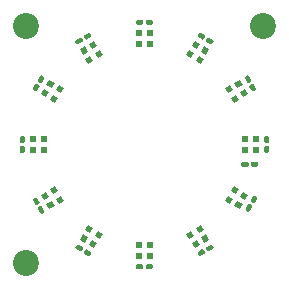
<source format=gts>
G04 #@! TF.GenerationSoftware,KiCad,Pcbnew,7.0.5.1-1-g8f565ef7f0-dirty-deb11*
G04 #@! TF.CreationDate,2023-06-03T19:15:57+00:00*
G04 #@! TF.ProjectId,pedalboard-led-ring,70656461-6c62-46f6-9172-642d6c65642d,1.0.0*
G04 #@! TF.SameCoordinates,Original*
G04 #@! TF.FileFunction,Soldermask,Top*
G04 #@! TF.FilePolarity,Negative*
%FSLAX46Y46*%
G04 Gerber Fmt 4.6, Leading zero omitted, Abs format (unit mm)*
G04 Created by KiCad (PCBNEW 7.0.5.1-1-g8f565ef7f0-dirty-deb11) date 2023-06-03 19:15:57*
%MOMM*%
%LPD*%
G01*
G04 APERTURE LIST*
%ADD10R,0.500000X0.500000*%
%ADD11C,2.200000*%
G04 APERTURE END LIST*
G36*
G01*
X71485740Y-65752869D02*
X71312534Y-65852869D01*
G75*
G02*
X71175931Y-65816266I-50000J86603D01*
G01*
X70958431Y-65439544D01*
G75*
G02*
X70995034Y-65302941I86603J50000D01*
G01*
X71168240Y-65202941D01*
G75*
G02*
X71304843Y-65239544I50000J-86603D01*
G01*
X71522343Y-65616266D01*
G75*
G02*
X71485740Y-65752869I-86603J-50000D01*
G01*
G37*
G36*
G01*
X71078240Y-65047059D02*
X70905034Y-65147059D01*
G75*
G02*
X70768431Y-65110456I-50000J86603D01*
G01*
X70550931Y-64733734D01*
G75*
G02*
X70587534Y-64597131I86603J50000D01*
G01*
X70760740Y-64497131D01*
G75*
G02*
X70897343Y-64533734I50000J-86603D01*
G01*
X71114843Y-64910456D01*
G75*
G02*
X71078240Y-65047059I-86603J-50000D01*
G01*
G37*
G36*
X84323205Y-67088012D02*
G01*
X84756217Y-66838012D01*
X85006217Y-67271024D01*
X84573205Y-67521024D01*
X84323205Y-67088012D01*
G37*
G36*
X83543783Y-67538012D02*
G01*
X83976795Y-67288012D01*
X84226795Y-67721024D01*
X83793783Y-67971024D01*
X83543783Y-67538012D01*
G37*
G36*
X83993783Y-68317434D02*
G01*
X84426795Y-68067434D01*
X84676795Y-68500446D01*
X84243783Y-68750446D01*
X83993783Y-68317434D01*
G37*
G36*
X84773205Y-67867434D02*
G01*
X85206217Y-67617434D01*
X85456217Y-68050446D01*
X85023205Y-68300446D01*
X84773205Y-67867434D01*
G37*
D10*
X88550000Y-59550000D03*
X88550000Y-60450000D03*
X89450000Y-60450000D03*
X89450000Y-59550000D03*
X79550000Y-51450000D03*
X80450000Y-51450000D03*
X80450000Y-50550000D03*
X79550000Y-50550000D03*
G36*
X87288012Y-63976795D02*
G01*
X87538012Y-63543783D01*
X87971024Y-63793783D01*
X87721024Y-64226795D01*
X87288012Y-63976795D01*
G37*
G36*
X86838012Y-64756217D02*
G01*
X87088012Y-64323205D01*
X87521024Y-64573205D01*
X87271024Y-65006217D01*
X86838012Y-64756217D01*
G37*
G36*
X87617434Y-65206217D02*
G01*
X87867434Y-64773205D01*
X88300446Y-65023205D01*
X88050446Y-65456217D01*
X87617434Y-65206217D01*
G37*
G36*
X88067434Y-64426795D02*
G01*
X88317434Y-63993783D01*
X88750446Y-64243783D01*
X88500446Y-64676795D01*
X88067434Y-64426795D01*
G37*
G36*
X72911988Y-64323205D02*
G01*
X73161988Y-64756217D01*
X72728976Y-65006217D01*
X72478976Y-64573205D01*
X72911988Y-64323205D01*
G37*
G36*
X72461988Y-63543783D02*
G01*
X72711988Y-63976795D01*
X72278976Y-64226795D01*
X72028976Y-63793783D01*
X72461988Y-63543783D01*
G37*
G36*
X71682566Y-63993783D02*
G01*
X71932566Y-64426795D01*
X71499554Y-64676795D01*
X71249554Y-64243783D01*
X71682566Y-63993783D01*
G37*
G36*
X72132566Y-64773205D02*
G01*
X72382566Y-65206217D01*
X71949554Y-65456217D01*
X71699554Y-65023205D01*
X72132566Y-64773205D01*
G37*
X80450000Y-68550000D03*
X79550000Y-68550000D03*
X79550000Y-69450000D03*
X80450000Y-69450000D03*
G36*
G01*
X85752869Y-68514260D02*
X85852869Y-68687466D01*
G75*
G02*
X85816266Y-68824069I-86603J-50000D01*
G01*
X85439544Y-69041569D01*
G75*
G02*
X85302941Y-69004966I-50000J86603D01*
G01*
X85202941Y-68831760D01*
G75*
G02*
X85239544Y-68695157I86603J50000D01*
G01*
X85616266Y-68477657D01*
G75*
G02*
X85752869Y-68514260I50000J-86603D01*
G01*
G37*
G36*
G01*
X85047059Y-68921760D02*
X85147059Y-69094966D01*
G75*
G02*
X85110456Y-69231569I-86603J-50000D01*
G01*
X84733734Y-69449069D01*
G75*
G02*
X84597131Y-69412466I-50000J86603D01*
G01*
X84497131Y-69239260D01*
G75*
G02*
X84533734Y-69102657I86603J50000D01*
G01*
X84910456Y-68885157D01*
G75*
G02*
X85047059Y-68921760I50000J-86603D01*
G01*
G37*
X71450000Y-60450000D03*
X71450000Y-59550000D03*
X70550000Y-59550000D03*
X70550000Y-60450000D03*
G36*
X72711988Y-56023205D02*
G01*
X72461988Y-56456217D01*
X72028976Y-56206217D01*
X72278976Y-55773205D01*
X72711988Y-56023205D01*
G37*
G36*
X73161988Y-55243783D02*
G01*
X72911988Y-55676795D01*
X72478976Y-55426795D01*
X72728976Y-54993783D01*
X73161988Y-55243783D01*
G37*
G36*
X72382566Y-54793783D02*
G01*
X72132566Y-55226795D01*
X71699554Y-54976795D01*
X71949554Y-54543783D01*
X72382566Y-54793783D01*
G37*
G36*
X71932566Y-55573205D02*
G01*
X71682566Y-56006217D01*
X71249554Y-55756217D01*
X71499554Y-55323205D01*
X71932566Y-55573205D01*
G37*
G36*
G01*
X88794103Y-65677869D02*
X88620897Y-65577869D01*
G75*
G02*
X88584294Y-65441266I50000J86603D01*
G01*
X88801794Y-65064544D01*
G75*
G02*
X88938397Y-65027941I86603J-50000D01*
G01*
X89111603Y-65127941D01*
G75*
G02*
X89148206Y-65264544I-50000J-86603D01*
G01*
X88930706Y-65641266D01*
G75*
G02*
X88794103Y-65677869I-86603J50000D01*
G01*
G37*
G36*
G01*
X89201603Y-64972059D02*
X89028397Y-64872059D01*
G75*
G02*
X88991794Y-64735456I50000J86603D01*
G01*
X89209294Y-64358734D01*
G75*
G02*
X89345897Y-64322131I86603J-50000D01*
G01*
X89519103Y-64422131D01*
G75*
G02*
X89555706Y-64558734I-50000J-86603D01*
G01*
X89338206Y-64935456D01*
G75*
G02*
X89201603Y-64972059I-86603J50000D01*
G01*
G37*
D11*
X90000000Y-50000000D03*
G36*
G01*
X70760740Y-55502869D02*
X70587534Y-55402869D01*
G75*
G02*
X70550931Y-55266266I50000J86603D01*
G01*
X70768431Y-54889544D01*
G75*
G02*
X70905034Y-54852941I86603J-50000D01*
G01*
X71078240Y-54952941D01*
G75*
G02*
X71114843Y-55089544I-50000J-86603D01*
G01*
X70897343Y-55466266D01*
G75*
G02*
X70760740Y-55502869I-86603J50000D01*
G01*
G37*
G36*
G01*
X71168240Y-54797059D02*
X70995034Y-54697059D01*
G75*
G02*
X70958431Y-54560456I50000J86603D01*
G01*
X71175931Y-54183734D01*
G75*
G02*
X71312534Y-54147131I86603J-50000D01*
G01*
X71485740Y-54247131D01*
G75*
G02*
X71522343Y-54383734I-50000J-86603D01*
G01*
X71304843Y-54760456D01*
G75*
G02*
X71168240Y-54797059I-86603J50000D01*
G01*
G37*
X70000000Y-50000000D03*
G36*
G01*
X75502869Y-69239260D02*
X75402869Y-69412466D01*
G75*
G02*
X75266266Y-69449069I-86603J50000D01*
G01*
X74889544Y-69231569D01*
G75*
G02*
X74852941Y-69094966I50000J86603D01*
G01*
X74952941Y-68921760D01*
G75*
G02*
X75089544Y-68885157I86603J-50000D01*
G01*
X75466266Y-69102657D01*
G75*
G02*
X75502869Y-69239260I-50000J-86603D01*
G01*
G37*
G36*
G01*
X74797059Y-68831760D02*
X74697059Y-69004966D01*
G75*
G02*
X74560456Y-69041569I-86603J50000D01*
G01*
X74183734Y-68824069D01*
G75*
G02*
X74147131Y-68687466I50000J86603D01*
G01*
X74247131Y-68514260D01*
G75*
G02*
X74383734Y-68477657I86603J-50000D01*
G01*
X74760456Y-68695157D01*
G75*
G02*
X74797059Y-68831760I-50000J-86603D01*
G01*
G37*
G36*
G01*
X69750000Y-60725000D02*
X69550000Y-60725000D01*
G75*
G02*
X69450000Y-60625000I0J100000D01*
G01*
X69450000Y-60190000D01*
G75*
G02*
X69550000Y-60090000I100000J0D01*
G01*
X69750000Y-60090000D01*
G75*
G02*
X69850000Y-60190000I0J-100000D01*
G01*
X69850000Y-60625000D01*
G75*
G02*
X69750000Y-60725000I-100000J0D01*
G01*
G37*
G36*
G01*
X69750000Y-59910000D02*
X69550000Y-59910000D01*
G75*
G02*
X69450000Y-59810000I0J100000D01*
G01*
X69450000Y-59375000D01*
G75*
G02*
X69550000Y-59275000I100000J0D01*
G01*
X69750000Y-59275000D01*
G75*
G02*
X69850000Y-59375000I0J-100000D01*
G01*
X69850000Y-59810000D01*
G75*
G02*
X69750000Y-59910000I-100000J0D01*
G01*
G37*
G36*
G01*
X80725000Y-70250000D02*
X80725000Y-70450000D01*
G75*
G02*
X80625000Y-70550000I-100000J0D01*
G01*
X80190000Y-70550000D01*
G75*
G02*
X80090000Y-70450000I0J100000D01*
G01*
X80090000Y-70250000D01*
G75*
G02*
X80190000Y-70150000I100000J0D01*
G01*
X80625000Y-70150000D01*
G75*
G02*
X80725000Y-70250000I0J-100000D01*
G01*
G37*
G36*
G01*
X79910000Y-70250000D02*
X79910000Y-70450000D01*
G75*
G02*
X79810000Y-70550000I-100000J0D01*
G01*
X79375000Y-70550000D01*
G75*
G02*
X79275000Y-70450000I0J100000D01*
G01*
X79275000Y-70250000D01*
G75*
G02*
X79375000Y-70150000I100000J0D01*
G01*
X79810000Y-70150000D01*
G75*
G02*
X79910000Y-70250000I0J-100000D01*
G01*
G37*
G36*
G01*
X84497131Y-50760740D02*
X84597131Y-50587534D01*
G75*
G02*
X84733734Y-50550931I86603J-50000D01*
G01*
X85110456Y-50768431D01*
G75*
G02*
X85147059Y-50905034I-50000J-86603D01*
G01*
X85047059Y-51078240D01*
G75*
G02*
X84910456Y-51114843I-86603J50000D01*
G01*
X84533734Y-50897343D01*
G75*
G02*
X84497131Y-50760740I50000J86603D01*
G01*
G37*
G36*
G01*
X85202941Y-51168240D02*
X85302941Y-50995034D01*
G75*
G02*
X85439544Y-50958431I86603J-50000D01*
G01*
X85816266Y-51175931D01*
G75*
G02*
X85852869Y-51312534I-50000J-86603D01*
G01*
X85752869Y-51485740D01*
G75*
G02*
X85616266Y-51522343I-86603J50000D01*
G01*
X85239544Y-51304843D01*
G75*
G02*
X85202941Y-51168240I50000J86603D01*
G01*
G37*
G36*
G01*
X88514260Y-54247131D02*
X88687466Y-54147131D01*
G75*
G02*
X88824069Y-54183734I50000J-86603D01*
G01*
X89041569Y-54560456D01*
G75*
G02*
X89004966Y-54697059I-86603J-50000D01*
G01*
X88831760Y-54797059D01*
G75*
G02*
X88695157Y-54760456I-50000J86603D01*
G01*
X88477657Y-54383734D01*
G75*
G02*
X88514260Y-54247131I86603J50000D01*
G01*
G37*
G36*
G01*
X88921760Y-54952941D02*
X89094966Y-54852941D01*
G75*
G02*
X89231569Y-54889544I50000J-86603D01*
G01*
X89449069Y-55266266D01*
G75*
G02*
X89412466Y-55402869I-86603J-50000D01*
G01*
X89239260Y-55502869D01*
G75*
G02*
X89102657Y-55466266I-50000J86603D01*
G01*
X88885157Y-55089544D01*
G75*
G02*
X88921760Y-54952941I86603J50000D01*
G01*
G37*
G36*
G01*
X74247131Y-51485740D02*
X74147131Y-51312534D01*
G75*
G02*
X74183734Y-51175931I86603J50000D01*
G01*
X74560456Y-50958431D01*
G75*
G02*
X74697059Y-50995034I50000J-86603D01*
G01*
X74797059Y-51168240D01*
G75*
G02*
X74760456Y-51304843I-86603J-50000D01*
G01*
X74383734Y-51522343D01*
G75*
G02*
X74247131Y-51485740I-50000J86603D01*
G01*
G37*
G36*
G01*
X74952941Y-51078240D02*
X74852941Y-50905034D01*
G75*
G02*
X74889544Y-50768431I86603J50000D01*
G01*
X75266266Y-50550931D01*
G75*
G02*
X75402869Y-50587534I50000J-86603D01*
G01*
X75502869Y-50760740D01*
G75*
G02*
X75466266Y-50897343I-86603J-50000D01*
G01*
X75089544Y-51114843D01*
G75*
G02*
X74952941Y-51078240I-50000J86603D01*
G01*
G37*
G36*
X87088012Y-55676795D02*
G01*
X86838012Y-55243783D01*
X87271024Y-54993783D01*
X87521024Y-55426795D01*
X87088012Y-55676795D01*
G37*
G36*
X87538012Y-56456217D02*
G01*
X87288012Y-56023205D01*
X87721024Y-55773205D01*
X87971024Y-56206217D01*
X87538012Y-56456217D01*
G37*
G36*
X88317434Y-56006217D02*
G01*
X88067434Y-55573205D01*
X88500446Y-55323205D01*
X88750446Y-55756217D01*
X88317434Y-56006217D01*
G37*
G36*
X87867434Y-55226795D02*
G01*
X87617434Y-54793783D01*
X88050446Y-54543783D01*
X88300446Y-54976795D01*
X87867434Y-55226795D01*
G37*
G36*
G01*
X90250000Y-59275000D02*
X90450000Y-59275000D01*
G75*
G02*
X90550000Y-59375000I0J-100000D01*
G01*
X90550000Y-59810000D01*
G75*
G02*
X90450000Y-59910000I-100000J0D01*
G01*
X90250000Y-59910000D01*
G75*
G02*
X90150000Y-59810000I0J100000D01*
G01*
X90150000Y-59375000D01*
G75*
G02*
X90250000Y-59275000I100000J0D01*
G01*
G37*
G36*
G01*
X90250000Y-60090000D02*
X90450000Y-60090000D01*
G75*
G02*
X90550000Y-60190000I0J-100000D01*
G01*
X90550000Y-60625000D01*
G75*
G02*
X90450000Y-60725000I-100000J0D01*
G01*
X90250000Y-60725000D01*
G75*
G02*
X90150000Y-60625000I0J100000D01*
G01*
X90150000Y-60190000D01*
G75*
G02*
X90250000Y-60090000I100000J0D01*
G01*
G37*
G36*
X75676795Y-52911988D02*
G01*
X75243783Y-53161988D01*
X74993783Y-52728976D01*
X75426795Y-52478976D01*
X75676795Y-52911988D01*
G37*
G36*
X76456217Y-52461988D02*
G01*
X76023205Y-52711988D01*
X75773205Y-52278976D01*
X76206217Y-52028976D01*
X76456217Y-52461988D01*
G37*
G36*
X76006217Y-51682566D02*
G01*
X75573205Y-51932566D01*
X75323205Y-51499554D01*
X75756217Y-51249554D01*
X76006217Y-51682566D01*
G37*
G36*
X75226795Y-52132566D02*
G01*
X74793783Y-52382566D01*
X74543783Y-51949554D01*
X74976795Y-51699554D01*
X75226795Y-52132566D01*
G37*
G36*
X76023205Y-67288012D02*
G01*
X76456217Y-67538012D01*
X76206217Y-67971024D01*
X75773205Y-67721024D01*
X76023205Y-67288012D01*
G37*
G36*
X75243783Y-66838012D02*
G01*
X75676795Y-67088012D01*
X75426795Y-67521024D01*
X74993783Y-67271024D01*
X75243783Y-66838012D01*
G37*
G36*
X74793783Y-67617434D02*
G01*
X75226795Y-67867434D01*
X74976795Y-68300446D01*
X74543783Y-68050446D01*
X74793783Y-67617434D01*
G37*
G36*
X75573205Y-68067434D02*
G01*
X76006217Y-68317434D01*
X75756217Y-68750446D01*
X75323205Y-68500446D01*
X75573205Y-68067434D01*
G37*
G36*
X83976795Y-52711988D02*
G01*
X83543783Y-52461988D01*
X83793783Y-52028976D01*
X84226795Y-52278976D01*
X83976795Y-52711988D01*
G37*
G36*
X84756217Y-53161988D02*
G01*
X84323205Y-52911988D01*
X84573205Y-52478976D01*
X85006217Y-52728976D01*
X84756217Y-53161988D01*
G37*
G36*
X85206217Y-52382566D02*
G01*
X84773205Y-52132566D01*
X85023205Y-51699554D01*
X85456217Y-51949554D01*
X85206217Y-52382566D01*
G37*
G36*
X84426795Y-51932566D02*
G01*
X83993783Y-51682566D01*
X84243783Y-51249554D01*
X84676795Y-51499554D01*
X84426795Y-51932566D01*
G37*
G36*
G01*
X89635000Y-61580000D02*
X89635000Y-61780000D01*
G75*
G02*
X89535000Y-61880000I-100000J0D01*
G01*
X89100000Y-61880000D01*
G75*
G02*
X89000000Y-61780000I0J100000D01*
G01*
X89000000Y-61580000D01*
G75*
G02*
X89100000Y-61480000I100000J0D01*
G01*
X89535000Y-61480000D01*
G75*
G02*
X89635000Y-61580000I0J-100000D01*
G01*
G37*
G36*
G01*
X88820000Y-61580000D02*
X88820000Y-61780000D01*
G75*
G02*
X88720000Y-61880000I-100000J0D01*
G01*
X88285000Y-61880000D01*
G75*
G02*
X88185000Y-61780000I0J100000D01*
G01*
X88185000Y-61580000D01*
G75*
G02*
X88285000Y-61480000I100000J0D01*
G01*
X88720000Y-61480000D01*
G75*
G02*
X88820000Y-61580000I0J-100000D01*
G01*
G37*
X70000000Y-70000000D03*
G36*
G01*
X79275000Y-49750000D02*
X79275000Y-49550000D01*
G75*
G02*
X79375000Y-49450000I100000J0D01*
G01*
X79810000Y-49450000D01*
G75*
G02*
X79910000Y-49550000I0J-100000D01*
G01*
X79910000Y-49750000D01*
G75*
G02*
X79810000Y-49850000I-100000J0D01*
G01*
X79375000Y-49850000D01*
G75*
G02*
X79275000Y-49750000I0J100000D01*
G01*
G37*
G36*
G01*
X80090000Y-49750000D02*
X80090000Y-49550000D01*
G75*
G02*
X80190000Y-49450000I100000J0D01*
G01*
X80625000Y-49450000D01*
G75*
G02*
X80725000Y-49550000I0J-100000D01*
G01*
X80725000Y-49750000D01*
G75*
G02*
X80625000Y-49850000I-100000J0D01*
G01*
X80190000Y-49850000D01*
G75*
G02*
X80090000Y-49750000I0J100000D01*
G01*
G37*
M02*

</source>
